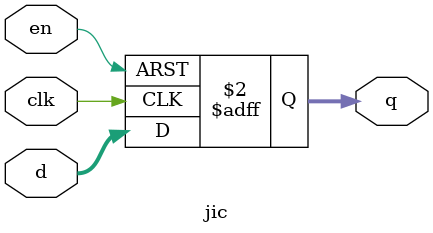
<source format=v>
module jic(
    input clk,
	 input en,
	 input [3:0] d,
	 output reg [3:0] q
	 );
	 always @(posedge clk or posedge en)
	   begin
		 if(en)
		  q<=0;
		 else
		  q<=d;
		end
endmodule

</source>
